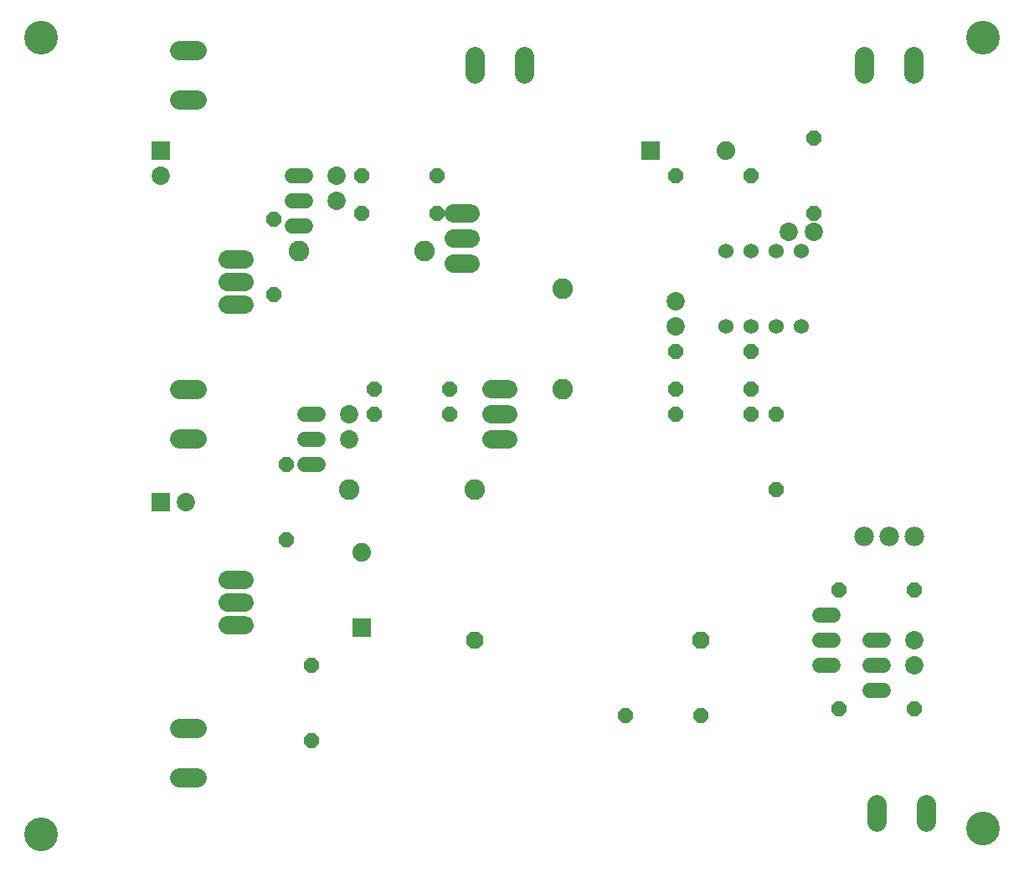
<source format=gts>
G75*
%MOIN*%
%OFA0B0*%
%FSLAX24Y24*%
%IPPOS*%
%LPD*%
%AMOC8*
5,1,8,0,0,1.08239X$1,22.5*
%
%ADD10C,0.1340*%
%ADD11C,0.0600*%
%ADD12OC8,0.0600*%
%ADD13C,0.0730*%
%ADD14C,0.0600*%
%ADD15C,0.0780*%
%ADD16C,0.0740*%
%ADD17OC8,0.0680*%
%ADD18C,0.0740*%
%ADD19R,0.0730X0.0730*%
%ADD20C,0.0820*%
%ADD21C,0.0780*%
D10*
X001600Y003750D03*
X001600Y035500D03*
X039100Y035500D03*
X039100Y004000D03*
D11*
X031850Y024000D03*
X030850Y024000D03*
X029850Y024000D03*
X028850Y024000D03*
X028850Y027000D03*
X029850Y027000D03*
X030850Y027000D03*
X031850Y027000D03*
D12*
X032350Y028500D03*
X029850Y030000D03*
X032350Y031500D03*
X026850Y030000D03*
X026850Y023000D03*
X026850Y021500D03*
X026850Y020500D03*
X029850Y020500D03*
X030850Y020500D03*
X029850Y021500D03*
X029850Y023000D03*
X030850Y017500D03*
X033350Y013500D03*
X036350Y013500D03*
X036350Y008750D03*
X033350Y008750D03*
X027850Y008500D03*
X024850Y008500D03*
X012350Y007500D03*
X012350Y010500D03*
X011350Y015500D03*
X011350Y018500D03*
X014850Y020500D03*
X014850Y021500D03*
X017850Y021500D03*
X017850Y020500D03*
X010850Y025250D03*
X010850Y028250D03*
X014350Y028500D03*
X014350Y030000D03*
X017350Y030000D03*
X017350Y028500D03*
D13*
X013350Y029000D03*
X013350Y030000D03*
X006350Y030000D03*
X013850Y020500D03*
X013850Y019500D03*
X007350Y017000D03*
X026850Y024000D03*
X026850Y025000D03*
X031350Y027750D03*
X032350Y027750D03*
X036350Y011500D03*
X036350Y010500D03*
D14*
X035110Y010500D02*
X034590Y010500D01*
X034590Y009500D02*
X035110Y009500D01*
X035110Y011500D02*
X034590Y011500D01*
X033110Y011500D02*
X032590Y011500D01*
X032590Y010500D02*
X033110Y010500D01*
X033110Y012500D02*
X032590Y012500D01*
X012610Y018500D02*
X012090Y018500D01*
X012090Y019500D02*
X012610Y019500D01*
X012610Y020500D02*
X012090Y020500D01*
X012110Y028000D02*
X011590Y028000D01*
X011590Y029000D02*
X012110Y029000D01*
X012110Y030000D02*
X011590Y030000D01*
D15*
X007806Y033016D02*
X007106Y033016D01*
X007106Y034984D02*
X007806Y034984D01*
X018866Y034744D02*
X018866Y034044D01*
X020834Y034044D02*
X020834Y034744D01*
X034366Y034744D02*
X034366Y034044D01*
X036334Y034044D02*
X036334Y034744D01*
X007806Y021484D02*
X007106Y021484D01*
X007106Y019516D02*
X007806Y019516D01*
X007806Y007984D02*
X007106Y007984D01*
X007106Y006016D02*
X007806Y006016D01*
X034866Y004956D02*
X034866Y004256D01*
X036834Y004256D02*
X036834Y004956D01*
D16*
X020180Y019500D02*
X019520Y019500D01*
X019520Y020500D02*
X020180Y020500D01*
X020180Y021500D02*
X019520Y021500D01*
X018680Y026500D02*
X018020Y026500D01*
X018020Y027500D02*
X018680Y027500D01*
X018680Y028500D02*
X018020Y028500D01*
X009680Y026650D02*
X009020Y026650D01*
X009020Y025750D02*
X009680Y025750D01*
X009680Y024850D02*
X009020Y024850D01*
X009020Y013900D02*
X009680Y013900D01*
X009680Y013000D02*
X009020Y013000D01*
X009020Y012100D02*
X009680Y012100D01*
D17*
X018850Y011500D03*
X027850Y011500D03*
D18*
X014350Y015000D03*
X028850Y031000D03*
D19*
X025850Y031000D03*
X006350Y031000D03*
X006350Y017000D03*
X014350Y012000D03*
D20*
X013850Y017500D03*
X018850Y017500D03*
X022350Y021500D03*
X022350Y025500D03*
X016850Y027000D03*
X011850Y027000D03*
D21*
X034350Y015625D03*
X035350Y015625D03*
X036350Y015625D03*
M02*

</source>
